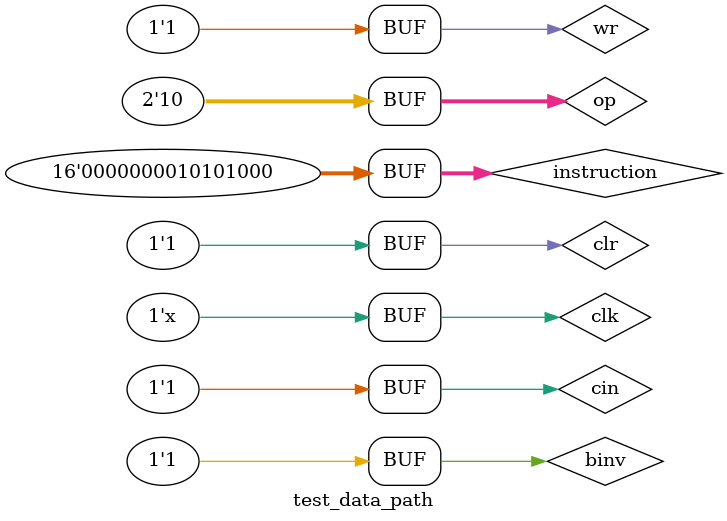
<source format=v>

module program_counter (input clk, clr, output reg [3:0]address);

always@(posedge clk)
begin
	if(!clr)
	address<=0;
	else
	address<=address+1;
end
endmodule

////////////////////////////////////////////////////////////////////////////////////////////////////////////////////////////////////////////////////////////////
///////////////////////////////////////////////////////////////////Register File////////////////////////////////////////////////////////////////////////////////

module reg_file(
		input [1:0]read_add1,read_add2,
		input [1:0]write_add,
		input wr,
		input clr,clk,
		input [3:0]write_data,
		output reg [3:0]read_data1,read_data2);

reg [3:0]register[3:0];

always@(posedge clk)
begin
	if(!clr)
	begin
		register[0]<=2;
		register[1]<=4;
		register[2]<=6;
		register[3]<=8;
	end
	else
	begin
		if(!wr)
		begin
			register[write_add]<=write_data;
		end
		else
		begin
			read_data1<=register[read_add1];
			read_data2<=register[read_add2];
		end
	end
end
endmodule

////////////////////////////////////////////////////////////////////////////////////////////////////////////////////////////////////////////////////////////////
////////////////////////////////////////////////////////////////////////4bit ALU////////////////////////////////////////////////////////////////////////////////

module adder(a,b,cin,s,c);
input a;
input b;
input cin;
output s;
output c;
wire x,y,z;
xor x1(x,a,b);
xor x2(s,x,cin);
and a1(y,x,cin);
and a2(z,a,b);
or o1(c,y,z);
endmodule

module addsub(a,b,cin,binv,s,c);
input a;
input b;
input cin;
input binv;
output s;
output c;
wire bb;
wire cin;
assign bb=(binv==1)?~b:b;
adder add1(a,bb,cin,s,c);
endmodule

module ALU_1(a,b,cin,binv,slt,op,r,cout);
input a;
input b;
input cin;
input binv;
input slt;
input [1:0]op;
output r;
output cout;
wire x,y,z;
and a1(x,a,b);
or or1(y,a,b);
addsub as1(a,b,cin,binv,z,cout);
assign r=(op==0)?x:(op==1)?y:(op==2)?z:(op==3)?slt:0;
endmodule

module ALU_4(a,b,cin,binv,op,r,ZF,OF,SF);
input [3:0]a;
input [3:0]b;
input cin;
input binv;
input [1:0]op;
output [3:0]r;
output ZF,OF,SF;
wire x,y,z;
wire q;
assign q=0;
ALU_1 alu1_1(a[0],b[0],cin,binv,z,op,r[0],x);
ALU_1 alu1_2(a[1],b[1],x,binv,q,op,r[1],y);
ALU_1 alu1_3(a[2],b[2],y,binv,q,op,r[2],z);
ALU_1 alu1_4(a[3],b[3],z,binv,q,op,r[3],OF);
nor n1(ZF,r[0],r[1],r[2],r[3]);
assign SF=z;
endmodule

////////////////////////////////////////////////////////////////////////////////////////////////////////////////////////////////////////////////////////////////
//////////////////////////////////////////////////////////////////////Data Path/////////////////////////////////////////////////////////////////////////////////

module data_path(
		input clk,
		input clr,
		input wr,
		input cin,
		input binv,
		input [1:0]op,
		output [3:0]address_pc,
		input [15:0]instruction,
		output [3:0]address_alu);

wire [3:0]rf_alu_a;
wire [3:0]rf_alu_b;
wire ZF,OF,SF;

program_counter i_pc(clk,clr,address_pc);
reg_file i_rf(instruction[7:6],instruction[5:4],instruction[3:2],wr,clr,clk,address_alu,rf_alu_a,rf_alu_b);
ALU_4 i_alu4(rf_alu_a,rf_alu_b,cin,binv,op,address_alu,ZF,OF,SF);

endmodule

module test_data_path();
reg clk;
reg clr;
reg wr;
reg cin;
reg binv;
reg [1:0]op;
wire [3:0]address_pc;
reg [15:0]instruction;
wire [3:0]address_alu;

data_path i_dp(clk,clr,wr,cin,binv,op,address_pc,instruction,address_alu);

initial 
clk=0;
always
#5 clk=~clk;

initial begin
clr=0;
#6 clr=1; 
#1 instruction=16'b0000000000000000; cin=0; binv=0; wr=1; op=2;
#9 instruction=16'b0000000010101000; cin=1; binv=1; wr=1; op=2;


end

endmodule
////////////////////////////////////////////////////////////////////////////////////////////////////////////////////////////////////////////////////////////////
////////////////////////////////////////////////////////////////////////////////////////////////////////////////////////////////////////////////////////////////

</source>
